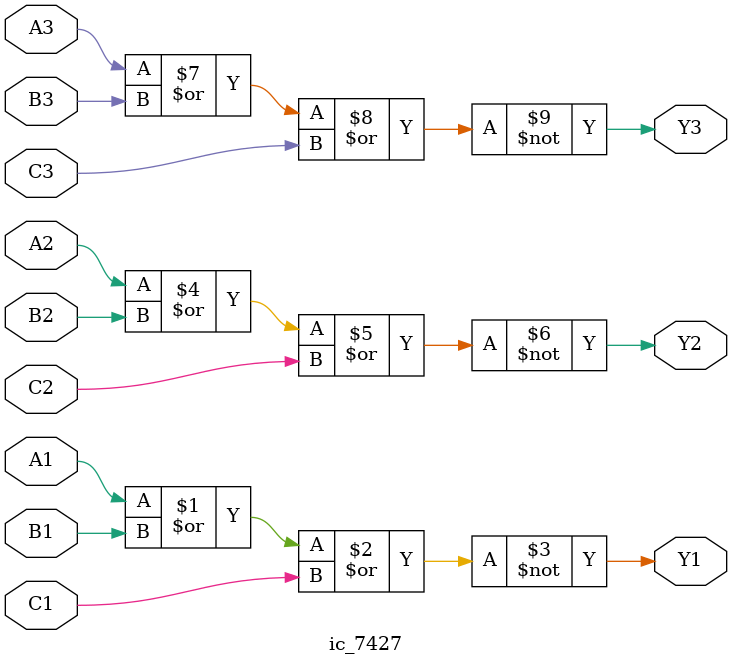
<source format=v>


module ic_7427(
    Y1, A1, B1, C1,
    Y2, A2, B2, C2,
    Y3, A3, B3, C3);
    output Y1, Y2, Y3;
    input A1, A2, A3;
    input B1, B2, B3;
    input C1, C2, C3;

    assign Y1 = ~(A1 | B1 | C1); 
    assign Y2 = ~(A2 | B2 | C2);
    assign Y3 = ~(A3 | B3 | C3); 

endmodule

</source>
